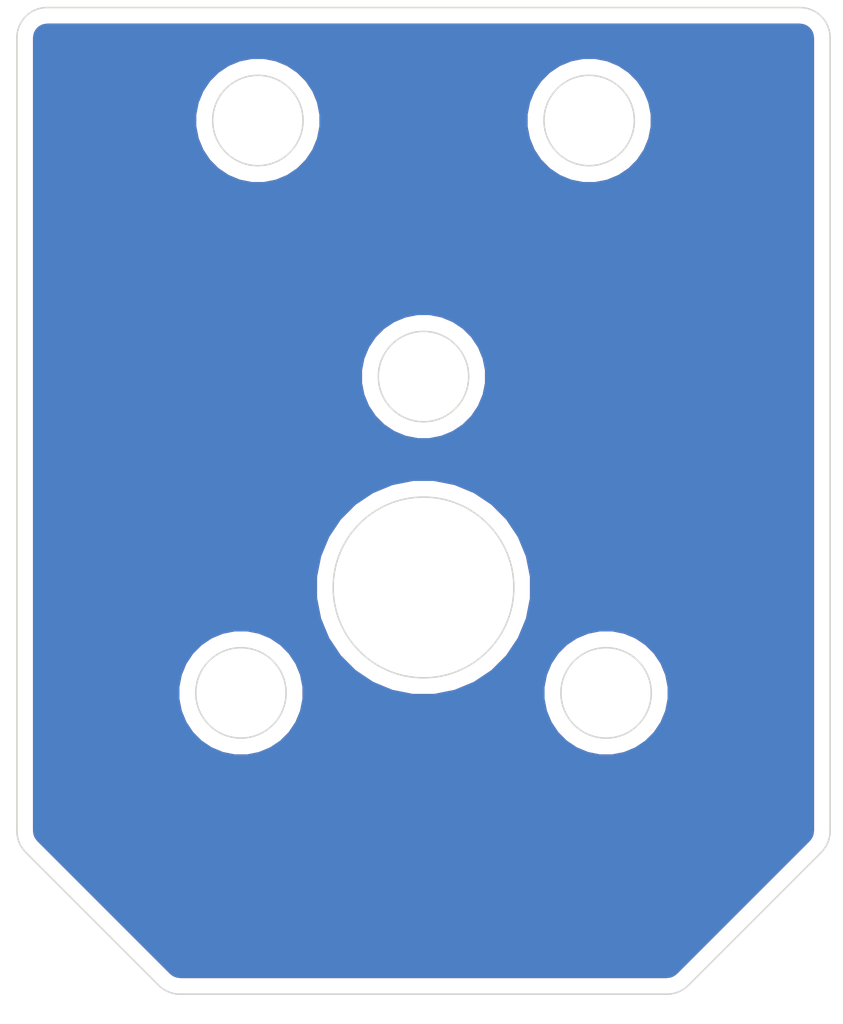
<source format=kicad_pcb>
(kicad_pcb (version 20171130) (host pcbnew 5.1.9+dfsg1-1+deb11u1)

  (general
    (thickness 1.6)
    (drawings 18)
    (tracks 0)
    (zones 0)
    (modules 0)
    (nets 1)
  )

  (page A4)
  (layers
    (0 F.Cu signal)
    (31 B.Cu signal)
    (32 B.Adhes user)
    (33 F.Adhes user)
    (34 B.Paste user)
    (35 F.Paste user)
    (36 B.SilkS user)
    (37 F.SilkS user)
    (38 B.Mask user)
    (39 F.Mask user)
    (40 Dwgs.User user)
    (41 Cmts.User user)
    (42 Eco1.User user)
    (43 Eco2.User user)
    (44 Edge.Cuts user)
    (45 Margin user)
    (46 B.CrtYd user)
    (47 F.CrtYd user)
    (48 B.Fab user)
    (49 F.Fab user)
  )

  (setup
    (last_trace_width 0.25)
    (trace_clearance 0.2)
    (zone_clearance 0.508)
    (zone_45_only no)
    (trace_min 0.2)
    (via_size 0.8)
    (via_drill 0.4)
    (via_min_size 0.4)
    (via_min_drill 0.3)
    (uvia_size 0.3)
    (uvia_drill 0.1)
    (uvias_allowed no)
    (uvia_min_size 0.2)
    (uvia_min_drill 0.1)
    (edge_width 0.05)
    (segment_width 0.2)
    (pcb_text_width 0.3)
    (pcb_text_size 1.5 1.5)
    (mod_edge_width 0.12)
    (mod_text_size 1 1)
    (mod_text_width 0.15)
    (pad_size 1.524 1.524)
    (pad_drill 0.762)
    (pad_to_mask_clearance 0)
    (aux_axis_origin 0 0)
    (visible_elements FFFFFF7F)
    (pcbplotparams
      (layerselection 0x010fc_ffffffff)
      (usegerberextensions true)
      (usegerberattributes false)
      (usegerberadvancedattributes false)
      (creategerberjobfile false)
      (excludeedgelayer true)
      (linewidth 0.100000)
      (plotframeref false)
      (viasonmask false)
      (mode 1)
      (useauxorigin false)
      (hpglpennumber 1)
      (hpglpenspeed 20)
      (hpglpendiameter 15.000000)
      (psnegative false)
      (psa4output false)
      (plotreference true)
      (plotvalue true)
      (plotinvisibletext false)
      (padsonsilk false)
      (subtractmaskfromsilk true)
      (outputformat 1)
      (mirror false)
      (drillshape 0)
      (scaleselection 1)
      (outputdirectory "z-arm-rf-gerber/"))
  )

  (net 0 "")

  (net_class Default "This is the default net class."
    (clearance 0.2)
    (trace_width 0.25)
    (via_dia 0.8)
    (via_drill 0.4)
    (uvia_dia 0.3)
    (uvia_drill 0.1)
  )

  (gr_arc (start 157.5622 111.5858) (end 158.269307 112.292906) (angle -45) (layer Edge.Cuts) (width 0.05))
  (gr_arc (start 157.5622 85.25) (end 158.5622 85.25) (angle -90) (layer Edge.Cuts) (width 0.05))
  (gr_circle (center 151.1244 107) (end 152.6244 107) (layer Edge.Cuts) (width 0.05))
  (gr_circle (center 145.0622 103.5) (end 148.0622 103.5) (layer Edge.Cuts) (width 0.05))
  (gr_circle (center 145.0622 96.5) (end 146.5622 96.5) (layer Edge.Cuts) (width 0.05))
  (gr_circle (center 139.5622 88) (end 141.0622 88) (layer Edge.Cuts) (width 0.05))
  (gr_arc (start 153.148 116) (end 153.148 117) (angle -45) (layer Edge.Cuts) (width 0.05))
  (gr_arc (start 132.5622 85.25) (end 132.5622 84.25) (angle -90) (layer Edge.Cuts) (width 0.05))
  (gr_line (start 153.148 117) (end 136.9764 117) (layer Edge.Cuts) (width 0.05))
  (gr_line (start 136.2693 116.7071) (end 131.855101 112.2929) (layer Edge.Cuts) (width 0.05))
  (gr_arc (start 132.5622 111.5858) (end 131.5622 111.5858) (angle -45) (layer Edge.Cuts) (width 0.05))
  (gr_line (start 158.26931 112.2929) (end 153.8551 116.7071) (layer Edge.Cuts) (width 0.05))
  (gr_line (start 132.5622 84.25) (end 157.5622 84.25) (layer Edge.Cuts) (width 0.05))
  (gr_line (start 131.5622 111.5858) (end 131.5622 85.25) (layer Edge.Cuts) (width 0.05))
  (gr_arc (start 136.9764 116) (end 136.269294 116.707106) (angle -45) (layer Edge.Cuts) (width 0.05))
  (gr_circle (center 150.5622 88) (end 152.0622 88) (layer Edge.Cuts) (width 0.05))
  (gr_line (start 158.5622 85.25) (end 158.5622 111.5858) (layer Edge.Cuts) (width 0.05))
  (gr_circle (center 139 107) (end 140.5 107) (layer Edge.Cuts) (width 0.05))

  (zone (net 0) (net_name "") (layer F.Cu) (tstamp 64C3BE7F) (hatch edge 0.508)
    (connect_pads (clearance 0.508))
    (min_thickness 0.254)
    (fill yes (arc_segments 32) (thermal_gap 0.508) (thermal_bridge_width 0.508))
    (polygon
      (pts
        (xy 159 118) (xy 131 118) (xy 131 84) (xy 159 84)
      )
    )
    (filled_polygon
      (pts
        (xy 157.627624 84.91958) (xy 157.690556 84.93858) (xy 157.748605 84.969445) (xy 157.799543 85.010989) (xy 157.841448 85.061644)
        (xy 157.872715 85.119471) (xy 157.892156 85.182272) (xy 157.9022 85.277835) (xy 157.902201 111.55351) (xy 157.89262 111.651223)
        (xy 157.873618 111.71416) (xy 157.842756 111.772203) (xy 157.781413 111.847417) (xy 153.411166 116.217654) (xy 153.335382 116.279904)
        (xy 153.277446 116.31097) (xy 153.214578 116.33019) (xy 153.117999 116.34) (xy 137.008689 116.34) (xy 136.910976 116.330419)
        (xy 136.848042 116.311418) (xy 136.789998 116.280555) (xy 136.714834 116.219253) (xy 132.344541 111.84896) (xy 132.282296 111.773182)
        (xy 132.25123 111.715246) (xy 132.23201 111.652378) (xy 132.2222 111.555799) (xy 132.2222 106.786323) (xy 136.830497 106.786323)
        (xy 136.830497 107.213677) (xy 136.91387 107.632821) (xy 137.077412 108.027645) (xy 137.314837 108.382977) (xy 137.617023 108.685163)
        (xy 137.972355 108.922588) (xy 138.367179 109.08613) (xy 138.786323 109.169503) (xy 139.213677 109.169503) (xy 139.632821 109.08613)
        (xy 140.027645 108.922588) (xy 140.382977 108.685163) (xy 140.685163 108.382977) (xy 140.922588 108.027645) (xy 141.08613 107.632821)
        (xy 141.169503 107.213677) (xy 141.169503 106.786323) (xy 141.08613 106.367179) (xy 140.922588 105.972355) (xy 140.685163 105.617023)
        (xy 140.382977 105.314837) (xy 140.027645 105.077412) (xy 139.632821 104.91387) (xy 139.213677 104.830497) (xy 138.786323 104.830497)
        (xy 138.367179 104.91387) (xy 137.972355 105.077412) (xy 137.617023 105.314837) (xy 137.314837 105.617023) (xy 137.077412 105.972355)
        (xy 136.91387 106.367179) (xy 136.830497 106.786323) (xy 132.2222 106.786323) (xy 132.2222 103.139297) (xy 141.39992 103.139297)
        (xy 141.39992 103.860703) (xy 141.54066 104.568248) (xy 141.81673 105.23474) (xy 142.217522 105.834567) (xy 142.727633 106.344678)
        (xy 143.32746 106.74547) (xy 143.993952 107.02154) (xy 144.701497 107.16228) (xy 145.422903 107.16228) (xy 146.130448 107.02154)
        (xy 146.698312 106.786323) (xy 148.954897 106.786323) (xy 148.954897 107.213677) (xy 149.03827 107.632821) (xy 149.201812 108.027645)
        (xy 149.439237 108.382977) (xy 149.741423 108.685163) (xy 150.096755 108.922588) (xy 150.491579 109.08613) (xy 150.910723 109.169503)
        (xy 151.338077 109.169503) (xy 151.757221 109.08613) (xy 152.152045 108.922588) (xy 152.507377 108.685163) (xy 152.809563 108.382977)
        (xy 153.046988 108.027645) (xy 153.21053 107.632821) (xy 153.293903 107.213677) (xy 153.293903 106.786323) (xy 153.21053 106.367179)
        (xy 153.046988 105.972355) (xy 152.809563 105.617023) (xy 152.507377 105.314837) (xy 152.152045 105.077412) (xy 151.757221 104.91387)
        (xy 151.338077 104.830497) (xy 150.910723 104.830497) (xy 150.491579 104.91387) (xy 150.096755 105.077412) (xy 149.741423 105.314837)
        (xy 149.439237 105.617023) (xy 149.201812 105.972355) (xy 149.03827 106.367179) (xy 148.954897 106.786323) (xy 146.698312 106.786323)
        (xy 146.79694 106.74547) (xy 147.396767 106.344678) (xy 147.906878 105.834567) (xy 148.30767 105.23474) (xy 148.58374 104.568248)
        (xy 148.72448 103.860703) (xy 148.72448 103.139297) (xy 148.58374 102.431752) (xy 148.30767 101.76526) (xy 147.906878 101.165433)
        (xy 147.396767 100.655322) (xy 146.79694 100.25453) (xy 146.130448 99.97846) (xy 145.422903 99.83772) (xy 144.701497 99.83772)
        (xy 143.993952 99.97846) (xy 143.32746 100.25453) (xy 142.727633 100.655322) (xy 142.217522 101.165433) (xy 141.81673 101.76526)
        (xy 141.54066 102.431752) (xy 141.39992 103.139297) (xy 132.2222 103.139297) (xy 132.2222 96.286323) (xy 142.892697 96.286323)
        (xy 142.892697 96.713677) (xy 142.97607 97.132821) (xy 143.139612 97.527645) (xy 143.377037 97.882977) (xy 143.679223 98.185163)
        (xy 144.034555 98.422588) (xy 144.429379 98.58613) (xy 144.848523 98.669503) (xy 145.275877 98.669503) (xy 145.695021 98.58613)
        (xy 146.089845 98.422588) (xy 146.445177 98.185163) (xy 146.747363 97.882977) (xy 146.984788 97.527645) (xy 147.14833 97.132821)
        (xy 147.231703 96.713677) (xy 147.231703 96.286323) (xy 147.14833 95.867179) (xy 146.984788 95.472355) (xy 146.747363 95.117023)
        (xy 146.445177 94.814837) (xy 146.089845 94.577412) (xy 145.695021 94.41387) (xy 145.275877 94.330497) (xy 144.848523 94.330497)
        (xy 144.429379 94.41387) (xy 144.034555 94.577412) (xy 143.679223 94.814837) (xy 143.377037 95.117023) (xy 143.139612 95.472355)
        (xy 142.97607 95.867179) (xy 142.892697 96.286323) (xy 132.2222 96.286323) (xy 132.2222 87.786323) (xy 137.392697 87.786323)
        (xy 137.392697 88.213677) (xy 137.47607 88.632821) (xy 137.639612 89.027645) (xy 137.877037 89.382977) (xy 138.179223 89.685163)
        (xy 138.534555 89.922588) (xy 138.929379 90.08613) (xy 139.348523 90.169503) (xy 139.775877 90.169503) (xy 140.195021 90.08613)
        (xy 140.589845 89.922588) (xy 140.945177 89.685163) (xy 141.247363 89.382977) (xy 141.484788 89.027645) (xy 141.64833 88.632821)
        (xy 141.731703 88.213677) (xy 141.731703 87.786323) (xy 148.392697 87.786323) (xy 148.392697 88.213677) (xy 148.47607 88.632821)
        (xy 148.639612 89.027645) (xy 148.877037 89.382977) (xy 149.179223 89.685163) (xy 149.534555 89.922588) (xy 149.929379 90.08613)
        (xy 150.348523 90.169503) (xy 150.775877 90.169503) (xy 151.195021 90.08613) (xy 151.589845 89.922588) (xy 151.945177 89.685163)
        (xy 152.247363 89.382977) (xy 152.484788 89.027645) (xy 152.64833 88.632821) (xy 152.731703 88.213677) (xy 152.731703 87.786323)
        (xy 152.64833 87.367179) (xy 152.484788 86.972355) (xy 152.247363 86.617023) (xy 151.945177 86.314837) (xy 151.589845 86.077412)
        (xy 151.195021 85.91387) (xy 150.775877 85.830497) (xy 150.348523 85.830497) (xy 149.929379 85.91387) (xy 149.534555 86.077412)
        (xy 149.179223 86.314837) (xy 148.877037 86.617023) (xy 148.639612 86.972355) (xy 148.47607 87.367179) (xy 148.392697 87.786323)
        (xy 141.731703 87.786323) (xy 141.64833 87.367179) (xy 141.484788 86.972355) (xy 141.247363 86.617023) (xy 140.945177 86.314837)
        (xy 140.589845 86.077412) (xy 140.195021 85.91387) (xy 139.775877 85.830497) (xy 139.348523 85.830497) (xy 138.929379 85.91387)
        (xy 138.534555 86.077412) (xy 138.179223 86.314837) (xy 137.877037 86.617023) (xy 137.639612 86.972355) (xy 137.47607 87.367179)
        (xy 137.392697 87.786323) (xy 132.2222 87.786323) (xy 132.2222 85.282279) (xy 132.23178 85.184576) (xy 132.25078 85.121644)
        (xy 132.281645 85.063595) (xy 132.323189 85.012657) (xy 132.373844 84.970752) (xy 132.431671 84.939485) (xy 132.494472 84.920044)
        (xy 132.590035 84.91) (xy 157.529921 84.91)
      )
    )
  )
  (zone (net 0) (net_name "") (layer B.Cu) (tstamp 64C3BE7C) (hatch edge 0.508)
    (connect_pads (clearance 0.508))
    (min_thickness 0.254)
    (fill yes (arc_segments 32) (thermal_gap 0.508) (thermal_bridge_width 0.508))
    (polygon
      (pts
        (xy 159 118) (xy 131 118) (xy 131 84) (xy 159 84)
      )
    )
    (filled_polygon
      (pts
        (xy 157.627624 84.91958) (xy 157.690556 84.93858) (xy 157.748605 84.969445) (xy 157.799543 85.010989) (xy 157.841448 85.061644)
        (xy 157.872715 85.119471) (xy 157.892156 85.182272) (xy 157.9022 85.277835) (xy 157.902201 111.55351) (xy 157.89262 111.651223)
        (xy 157.873618 111.71416) (xy 157.842756 111.772203) (xy 157.781413 111.847417) (xy 153.411166 116.217654) (xy 153.335382 116.279904)
        (xy 153.277446 116.31097) (xy 153.214578 116.33019) (xy 153.117999 116.34) (xy 137.008689 116.34) (xy 136.910976 116.330419)
        (xy 136.848042 116.311418) (xy 136.789998 116.280555) (xy 136.714834 116.219253) (xy 132.344541 111.84896) (xy 132.282296 111.773182)
        (xy 132.25123 111.715246) (xy 132.23201 111.652378) (xy 132.2222 111.555799) (xy 132.2222 106.786323) (xy 136.830497 106.786323)
        (xy 136.830497 107.213677) (xy 136.91387 107.632821) (xy 137.077412 108.027645) (xy 137.314837 108.382977) (xy 137.617023 108.685163)
        (xy 137.972355 108.922588) (xy 138.367179 109.08613) (xy 138.786323 109.169503) (xy 139.213677 109.169503) (xy 139.632821 109.08613)
        (xy 140.027645 108.922588) (xy 140.382977 108.685163) (xy 140.685163 108.382977) (xy 140.922588 108.027645) (xy 141.08613 107.632821)
        (xy 141.169503 107.213677) (xy 141.169503 106.786323) (xy 141.08613 106.367179) (xy 140.922588 105.972355) (xy 140.685163 105.617023)
        (xy 140.382977 105.314837) (xy 140.027645 105.077412) (xy 139.632821 104.91387) (xy 139.213677 104.830497) (xy 138.786323 104.830497)
        (xy 138.367179 104.91387) (xy 137.972355 105.077412) (xy 137.617023 105.314837) (xy 137.314837 105.617023) (xy 137.077412 105.972355)
        (xy 136.91387 106.367179) (xy 136.830497 106.786323) (xy 132.2222 106.786323) (xy 132.2222 103.139297) (xy 141.39992 103.139297)
        (xy 141.39992 103.860703) (xy 141.54066 104.568248) (xy 141.81673 105.23474) (xy 142.217522 105.834567) (xy 142.727633 106.344678)
        (xy 143.32746 106.74547) (xy 143.993952 107.02154) (xy 144.701497 107.16228) (xy 145.422903 107.16228) (xy 146.130448 107.02154)
        (xy 146.698312 106.786323) (xy 148.954897 106.786323) (xy 148.954897 107.213677) (xy 149.03827 107.632821) (xy 149.201812 108.027645)
        (xy 149.439237 108.382977) (xy 149.741423 108.685163) (xy 150.096755 108.922588) (xy 150.491579 109.08613) (xy 150.910723 109.169503)
        (xy 151.338077 109.169503) (xy 151.757221 109.08613) (xy 152.152045 108.922588) (xy 152.507377 108.685163) (xy 152.809563 108.382977)
        (xy 153.046988 108.027645) (xy 153.21053 107.632821) (xy 153.293903 107.213677) (xy 153.293903 106.786323) (xy 153.21053 106.367179)
        (xy 153.046988 105.972355) (xy 152.809563 105.617023) (xy 152.507377 105.314837) (xy 152.152045 105.077412) (xy 151.757221 104.91387)
        (xy 151.338077 104.830497) (xy 150.910723 104.830497) (xy 150.491579 104.91387) (xy 150.096755 105.077412) (xy 149.741423 105.314837)
        (xy 149.439237 105.617023) (xy 149.201812 105.972355) (xy 149.03827 106.367179) (xy 148.954897 106.786323) (xy 146.698312 106.786323)
        (xy 146.79694 106.74547) (xy 147.396767 106.344678) (xy 147.906878 105.834567) (xy 148.30767 105.23474) (xy 148.58374 104.568248)
        (xy 148.72448 103.860703) (xy 148.72448 103.139297) (xy 148.58374 102.431752) (xy 148.30767 101.76526) (xy 147.906878 101.165433)
        (xy 147.396767 100.655322) (xy 146.79694 100.25453) (xy 146.130448 99.97846) (xy 145.422903 99.83772) (xy 144.701497 99.83772)
        (xy 143.993952 99.97846) (xy 143.32746 100.25453) (xy 142.727633 100.655322) (xy 142.217522 101.165433) (xy 141.81673 101.76526)
        (xy 141.54066 102.431752) (xy 141.39992 103.139297) (xy 132.2222 103.139297) (xy 132.2222 96.286323) (xy 142.892697 96.286323)
        (xy 142.892697 96.713677) (xy 142.97607 97.132821) (xy 143.139612 97.527645) (xy 143.377037 97.882977) (xy 143.679223 98.185163)
        (xy 144.034555 98.422588) (xy 144.429379 98.58613) (xy 144.848523 98.669503) (xy 145.275877 98.669503) (xy 145.695021 98.58613)
        (xy 146.089845 98.422588) (xy 146.445177 98.185163) (xy 146.747363 97.882977) (xy 146.984788 97.527645) (xy 147.14833 97.132821)
        (xy 147.231703 96.713677) (xy 147.231703 96.286323) (xy 147.14833 95.867179) (xy 146.984788 95.472355) (xy 146.747363 95.117023)
        (xy 146.445177 94.814837) (xy 146.089845 94.577412) (xy 145.695021 94.41387) (xy 145.275877 94.330497) (xy 144.848523 94.330497)
        (xy 144.429379 94.41387) (xy 144.034555 94.577412) (xy 143.679223 94.814837) (xy 143.377037 95.117023) (xy 143.139612 95.472355)
        (xy 142.97607 95.867179) (xy 142.892697 96.286323) (xy 132.2222 96.286323) (xy 132.2222 87.786323) (xy 137.392697 87.786323)
        (xy 137.392697 88.213677) (xy 137.47607 88.632821) (xy 137.639612 89.027645) (xy 137.877037 89.382977) (xy 138.179223 89.685163)
        (xy 138.534555 89.922588) (xy 138.929379 90.08613) (xy 139.348523 90.169503) (xy 139.775877 90.169503) (xy 140.195021 90.08613)
        (xy 140.589845 89.922588) (xy 140.945177 89.685163) (xy 141.247363 89.382977) (xy 141.484788 89.027645) (xy 141.64833 88.632821)
        (xy 141.731703 88.213677) (xy 141.731703 87.786323) (xy 148.392697 87.786323) (xy 148.392697 88.213677) (xy 148.47607 88.632821)
        (xy 148.639612 89.027645) (xy 148.877037 89.382977) (xy 149.179223 89.685163) (xy 149.534555 89.922588) (xy 149.929379 90.08613)
        (xy 150.348523 90.169503) (xy 150.775877 90.169503) (xy 151.195021 90.08613) (xy 151.589845 89.922588) (xy 151.945177 89.685163)
        (xy 152.247363 89.382977) (xy 152.484788 89.027645) (xy 152.64833 88.632821) (xy 152.731703 88.213677) (xy 152.731703 87.786323)
        (xy 152.64833 87.367179) (xy 152.484788 86.972355) (xy 152.247363 86.617023) (xy 151.945177 86.314837) (xy 151.589845 86.077412)
        (xy 151.195021 85.91387) (xy 150.775877 85.830497) (xy 150.348523 85.830497) (xy 149.929379 85.91387) (xy 149.534555 86.077412)
        (xy 149.179223 86.314837) (xy 148.877037 86.617023) (xy 148.639612 86.972355) (xy 148.47607 87.367179) (xy 148.392697 87.786323)
        (xy 141.731703 87.786323) (xy 141.64833 87.367179) (xy 141.484788 86.972355) (xy 141.247363 86.617023) (xy 140.945177 86.314837)
        (xy 140.589845 86.077412) (xy 140.195021 85.91387) (xy 139.775877 85.830497) (xy 139.348523 85.830497) (xy 138.929379 85.91387)
        (xy 138.534555 86.077412) (xy 138.179223 86.314837) (xy 137.877037 86.617023) (xy 137.639612 86.972355) (xy 137.47607 87.367179)
        (xy 137.392697 87.786323) (xy 132.2222 87.786323) (xy 132.2222 85.282279) (xy 132.23178 85.184576) (xy 132.25078 85.121644)
        (xy 132.281645 85.063595) (xy 132.323189 85.012657) (xy 132.373844 84.970752) (xy 132.431671 84.939485) (xy 132.494472 84.920044)
        (xy 132.590035 84.91) (xy 157.529921 84.91)
      )
    )
  )
)

</source>
